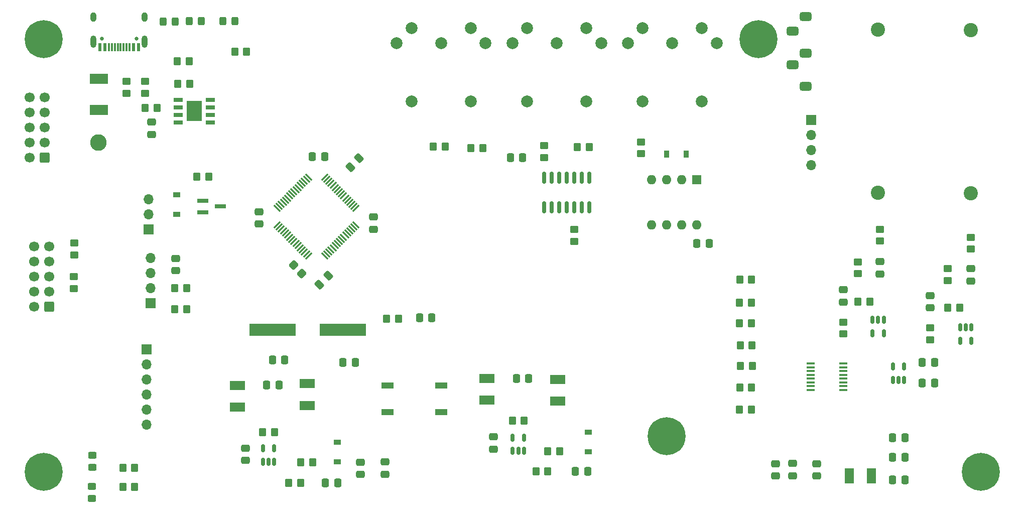
<source format=gbr>
%TF.GenerationSoftware,KiCad,Pcbnew,(6.0.0)*%
%TF.CreationDate,2023-05-12T18:21:01+02:00*%
%TF.ProjectId,main_func,6d61696e-5f66-4756-9e63-2e6b69636164,rev?*%
%TF.SameCoordinates,Original*%
%TF.FileFunction,Soldermask,Top*%
%TF.FilePolarity,Negative*%
%FSLAX46Y46*%
G04 Gerber Fmt 4.6, Leading zero omitted, Abs format (unit mm)*
G04 Created by KiCad (PCBNEW (6.0.0)) date 2023-05-12 18:21:01*
%MOMM*%
%LPD*%
G01*
G04 APERTURE LIST*
G04 Aperture macros list*
%AMRoundRect*
0 Rectangle with rounded corners*
0 $1 Rounding radius*
0 $2 $3 $4 $5 $6 $7 $8 $9 X,Y pos of 4 corners*
0 Add a 4 corners polygon primitive as box body*
4,1,4,$2,$3,$4,$5,$6,$7,$8,$9,$2,$3,0*
0 Add four circle primitives for the rounded corners*
1,1,$1+$1,$2,$3*
1,1,$1+$1,$4,$5*
1,1,$1+$1,$6,$7*
1,1,$1+$1,$8,$9*
0 Add four rect primitives between the rounded corners*
20,1,$1+$1,$2,$3,$4,$5,0*
20,1,$1+$1,$4,$5,$6,$7,0*
20,1,$1+$1,$6,$7,$8,$9,0*
20,1,$1+$1,$8,$9,$2,$3,0*%
G04 Aperture macros list end*
%ADD10C,2.400000*%
%ADD11RoundRect,0.250000X0.475000X-0.337500X0.475000X0.337500X-0.475000X0.337500X-0.475000X-0.337500X0*%
%ADD12R,3.150000X1.780000*%
%ADD13RoundRect,0.250000X-0.350000X-0.450000X0.350000X-0.450000X0.350000X0.450000X-0.350000X0.450000X0*%
%ADD14RoundRect,0.250000X-0.450000X0.350000X-0.450000X-0.350000X0.450000X-0.350000X0.450000X0.350000X0*%
%ADD15C,0.800000*%
%ADD16C,6.400000*%
%ADD17RoundRect,0.250000X0.450000X-0.350000X0.450000X0.350000X-0.450000X0.350000X-0.450000X-0.350000X0*%
%ADD18R,1.700000X1.700000*%
%ADD19O,1.700000X1.700000*%
%ADD20C,2.000000*%
%ADD21RoundRect,0.250000X-0.337500X-0.475000X0.337500X-0.475000X0.337500X0.475000X-0.337500X0.475000X0*%
%ADD22RoundRect,0.250000X0.350000X0.450000X-0.350000X0.450000X-0.350000X-0.450000X0.350000X-0.450000X0*%
%ADD23RoundRect,0.150000X0.150000X-0.512500X0.150000X0.512500X-0.150000X0.512500X-0.150000X-0.512500X0*%
%ADD24RoundRect,0.250000X-0.097227X0.574524X-0.574524X0.097227X0.097227X-0.574524X0.574524X-0.097227X0*%
%ADD25RoundRect,0.250000X-0.325000X-0.450000X0.325000X-0.450000X0.325000X0.450000X-0.325000X0.450000X0*%
%ADD26R,2.500000X1.500000*%
%ADD27R,1.200000X0.900000*%
%ADD28RoundRect,0.250000X0.337500X0.475000X-0.337500X0.475000X-0.337500X-0.475000X0.337500X-0.475000X0*%
%ADD29C,2.800000*%
%ADD30RoundRect,0.150000X0.150000X-0.825000X0.150000X0.825000X-0.150000X0.825000X-0.150000X-0.825000X0*%
%ADD31R,1.454899X0.354800*%
%ADD32RoundRect,0.250000X0.450000X-0.325000X0.450000X0.325000X-0.450000X0.325000X-0.450000X-0.325000X0*%
%ADD33RoundRect,0.150000X-0.150000X0.512500X-0.150000X-0.512500X0.150000X-0.512500X0.150000X0.512500X0*%
%ADD34R,1.900000X0.800000*%
%ADD35RoundRect,0.250000X0.600000X0.600000X-0.600000X0.600000X-0.600000X-0.600000X0.600000X-0.600000X0*%
%ADD36C,1.700000*%
%ADD37R,1.600000X1.600000*%
%ADD38O,1.600000X1.600000*%
%ADD39C,0.650000*%
%ADD40R,0.600000X1.450000*%
%ADD41R,0.300000X1.450000*%
%ADD42O,1.000000X2.100000*%
%ADD43O,1.000000X1.600000*%
%ADD44R,0.900000X1.200000*%
%ADD45RoundRect,0.075000X0.548008X-0.441942X-0.441942X0.548008X-0.548008X0.441942X0.441942X-0.548008X0*%
%ADD46RoundRect,0.075000X0.548008X0.441942X0.441942X0.548008X-0.548008X-0.441942X-0.441942X-0.548008X0*%
%ADD47RoundRect,0.250000X-0.475000X0.337500X-0.475000X-0.337500X0.475000X-0.337500X0.475000X0.337500X0*%
%ADD48R,1.525000X0.700000*%
%ADD49R,2.513000X3.402000*%
%ADD50RoundRect,0.375000X-0.625000X0.375000X-0.625000X-0.375000X0.625000X-0.375000X0.625000X0.375000X0*%
%ADD51R,2.100000X1.100000*%
%ADD52R,7.875000X2.000000*%
%ADD53RoundRect,0.250000X0.097227X-0.574524X0.574524X-0.097227X-0.097227X0.574524X-0.574524X0.097227X0*%
%ADD54R,1.500000X2.500000*%
%ADD55RoundRect,0.250000X0.325000X0.450000X-0.325000X0.450000X-0.325000X-0.450000X0.325000X-0.450000X0*%
%ADD56RoundRect,0.250000X-0.565685X-0.070711X-0.070711X-0.565685X0.565685X0.070711X0.070711X0.565685X0*%
G04 APERTURE END LIST*
D10*
%TO.C,C10*%
X211370000Y-48520000D03*
X211370000Y-76020000D03*
%TD*%
D11*
%TO.C,C36*%
X110600000Y-82087500D03*
X110600000Y-80012500D03*
%TD*%
D12*
%TO.C,F1*%
X64300000Y-56735000D03*
X64300000Y-61965000D03*
%TD*%
D13*
%TO.C,R29*%
X91900000Y-116350000D03*
X93900000Y-116350000D03*
%TD*%
D11*
%TO.C,C2*%
X211370000Y-90788750D03*
X211370000Y-88713750D03*
%TD*%
D13*
%TO.C,R19*%
X77600000Y-57550000D03*
X79600000Y-57550000D03*
%TD*%
D14*
%TO.C,R16*%
X72100000Y-57150000D03*
X72100000Y-59150000D03*
%TD*%
D15*
%TO.C,H4*%
X213000000Y-120600000D03*
X215400000Y-123000000D03*
X211302944Y-124697056D03*
X213000000Y-125400000D03*
X214697056Y-121302944D03*
X210600000Y-123000000D03*
X214697056Y-124697056D03*
X211302944Y-121302944D03*
D16*
X213000000Y-123000000D03*
%TD*%
D11*
%TO.C,C12*%
X189810000Y-94379999D03*
X189810000Y-92304999D03*
%TD*%
D17*
%TO.C,R33*%
X144440000Y-84130000D03*
X144440000Y-82130000D03*
%TD*%
%TO.C,R34*%
X60070000Y-92110000D03*
X60070000Y-90110000D03*
%TD*%
D18*
%TO.C,J9*%
X72300000Y-102325000D03*
D19*
X72300000Y-104865000D03*
X72300000Y-107405000D03*
X72300000Y-109945000D03*
X72300000Y-112485000D03*
X72300000Y-115025000D03*
%TD*%
D10*
%TO.C,C11*%
X195680000Y-48440000D03*
X195680000Y-75940000D03*
%TD*%
D11*
%TO.C,C14*%
X196010000Y-89617500D03*
X196010000Y-87542500D03*
%TD*%
D20*
%TO.C,U8*%
X129500000Y-50700000D03*
X122000000Y-50700000D03*
X114500000Y-50700000D03*
X127000000Y-48200000D03*
X117000000Y-48200000D03*
X117000000Y-60500000D03*
X127000000Y-60500000D03*
%TD*%
D21*
%TO.C,C31*%
X105462500Y-104550000D03*
X107537500Y-104550000D03*
%TD*%
D22*
%TO.C,R13*%
X174310000Y-94430000D03*
X172310000Y-94430000D03*
%TD*%
%TO.C,R11*%
X174440000Y-101630000D03*
X172440000Y-101630000D03*
%TD*%
D15*
%TO.C,H2*%
X53302944Y-121302944D03*
X55000000Y-120600000D03*
X57400000Y-123000000D03*
X53302944Y-124697056D03*
X52600000Y-123000000D03*
X55000000Y-125400000D03*
D16*
X55000000Y-123000000D03*
D15*
X56697056Y-124697056D03*
X56697056Y-121302944D03*
%TD*%
D23*
%TO.C,U3*%
X198207500Y-107467500D03*
X199157500Y-107467500D03*
X200107500Y-107467500D03*
X200107500Y-105192500D03*
X198207500Y-105192500D03*
%TD*%
D21*
%TO.C,C33*%
X100262500Y-69850000D03*
X102337500Y-69850000D03*
%TD*%
D24*
%TO.C,C35*%
X102933623Y-89916377D03*
X101466377Y-91383623D03*
%TD*%
D22*
%TO.C,R28*%
X174370000Y-90610000D03*
X172370000Y-90610000D03*
%TD*%
D25*
%TO.C,D5*%
X85175000Y-46950000D03*
X87225000Y-46950000D03*
%TD*%
D26*
%TO.C,L5*%
X141620001Y-111097499D03*
X141620001Y-107397499D03*
%TD*%
D17*
%TO.C,R14*%
X196010000Y-84080000D03*
X196010000Y-82080000D03*
%TD*%
D27*
%TO.C,D1*%
X77400000Y-79600000D03*
X77400000Y-76300000D03*
%TD*%
D13*
%TO.C,R20*%
X77500000Y-53750000D03*
X79500000Y-53750000D03*
%TD*%
D16*
%TO.C,H1*%
X55000000Y-50000000D03*
D15*
X53302944Y-48302944D03*
X56697056Y-51697056D03*
X53302944Y-51697056D03*
X56697056Y-48302944D03*
X55000000Y-47600000D03*
X57400000Y-50000000D03*
X52600000Y-50000000D03*
X55000000Y-52400000D03*
%TD*%
D28*
%TO.C,C22*%
X146720002Y-122947500D03*
X144645002Y-122947500D03*
%TD*%
D29*
%TO.C,TP3*%
X64200000Y-67450000D03*
%TD*%
D21*
%TO.C,C18*%
X134682501Y-107247499D03*
X136757501Y-107247499D03*
%TD*%
D26*
%TO.C,L3*%
X99400000Y-111800000D03*
X99400000Y-108100000D03*
%TD*%
D21*
%TO.C,C23*%
X92562500Y-108350000D03*
X94637500Y-108350000D03*
%TD*%
D22*
%TO.C,R18*%
X74100000Y-61650000D03*
X72100000Y-61650000D03*
%TD*%
D30*
%TO.C,U11*%
X139360000Y-78365000D03*
X140630000Y-78365000D03*
X141900000Y-78365000D03*
X143170000Y-78365000D03*
X144440000Y-78365000D03*
X145710000Y-78365000D03*
X146980000Y-78365000D03*
X146980000Y-73415000D03*
X145710000Y-73415000D03*
X144440000Y-73415000D03*
X143170000Y-73415000D03*
X141900000Y-73415000D03*
X140630000Y-73415000D03*
X139360000Y-73415000D03*
%TD*%
D13*
%TO.C,R37*%
X134020000Y-114347500D03*
X136020000Y-114347500D03*
%TD*%
D31*
%TO.C,U4*%
X189811348Y-109192500D03*
X189811348Y-108557500D03*
X189811348Y-107922500D03*
X189811348Y-107287500D03*
X189811348Y-106652500D03*
X189811348Y-106017500D03*
X189811348Y-105382500D03*
X189811348Y-104747500D03*
X184368652Y-104747500D03*
X184368652Y-105382500D03*
X184368652Y-106017500D03*
X184368652Y-106652500D03*
X184368652Y-107287500D03*
X184368652Y-107922500D03*
X184368652Y-108557500D03*
X184368652Y-109192500D03*
%TD*%
D22*
%TO.C,R32*%
X89200000Y-52150000D03*
X87200000Y-52150000D03*
%TD*%
D32*
%TO.C,D8*%
X63200000Y-122275000D03*
X63200000Y-120225000D03*
%TD*%
D17*
%TO.C,R10*%
X192310000Y-89580000D03*
X192310000Y-87580000D03*
%TD*%
D13*
%TO.C,R6*%
X172360000Y-108820000D03*
X174360000Y-108820000D03*
%TD*%
D23*
%TO.C,U12*%
X134070000Y-119484998D03*
X135020000Y-119484998D03*
X135970000Y-119484998D03*
X135970000Y-117209998D03*
X134070000Y-117209998D03*
%TD*%
D22*
%TO.C,R31*%
X98300000Y-124850000D03*
X96300000Y-124850000D03*
%TD*%
D11*
%TO.C,C1*%
X204470000Y-95351249D03*
X204470000Y-93276249D03*
%TD*%
%TO.C,C25*%
X181318749Y-123669999D03*
X181318749Y-121594999D03*
%TD*%
D33*
%TO.C,U1*%
X211420000Y-98613750D03*
X210470000Y-98613750D03*
X209520000Y-98613750D03*
X209520000Y-100888750D03*
X211420000Y-100888750D03*
%TD*%
D34*
%TO.C,Q1*%
X81800000Y-77300000D03*
X81800000Y-79200000D03*
X84800000Y-78250000D03*
%TD*%
D20*
%TO.C,U10*%
X149000000Y-50700000D03*
X141500000Y-50700000D03*
X134000000Y-50700000D03*
X146500000Y-48200000D03*
X136500000Y-48200000D03*
X136500000Y-60500000D03*
X146500000Y-60500000D03*
%TD*%
D35*
%TO.C,J2*%
X55902500Y-95171000D03*
D36*
X53362500Y-95171000D03*
X55902500Y-92631000D03*
X53362500Y-92631000D03*
X55902500Y-90091000D03*
X53362500Y-90091000D03*
X55902500Y-87551000D03*
X53362500Y-87551000D03*
X55902500Y-85011000D03*
X53362500Y-85011000D03*
%TD*%
D15*
%TO.C,H5*%
X173802944Y-51697056D03*
X175500000Y-52400000D03*
X173802944Y-48302944D03*
D16*
X175500000Y-50000000D03*
D15*
X177900000Y-50000000D03*
X175500000Y-47600000D03*
X177197056Y-48302944D03*
X177197056Y-51697056D03*
X173100000Y-50000000D03*
%TD*%
D14*
%TO.C,R27*%
X155750000Y-67360000D03*
X155750000Y-69360000D03*
%TD*%
D20*
%TO.C,U9*%
X168500000Y-50700000D03*
X161000000Y-50700000D03*
X153500000Y-50700000D03*
X166000000Y-48200000D03*
X156000000Y-48200000D03*
X156000000Y-60500000D03*
X166000000Y-60500000D03*
%TD*%
D13*
%TO.C,R26*%
X127030000Y-68370000D03*
X129030000Y-68370000D03*
%TD*%
D21*
%TO.C,C7*%
X198165000Y-117239998D03*
X200240000Y-117239998D03*
%TD*%
%TO.C,C8*%
X198165002Y-120540001D03*
X200240002Y-120540001D03*
%TD*%
%TO.C,C13*%
X203160000Y-108050000D03*
X205235000Y-108050000D03*
%TD*%
D37*
%TO.C,U5*%
X165120000Y-73710000D03*
D38*
X162580000Y-73710000D03*
X160040000Y-73710000D03*
X157500000Y-73710000D03*
X157500000Y-81330000D03*
X160040000Y-81330000D03*
X162580000Y-81330000D03*
X165120000Y-81330000D03*
%TD*%
D13*
%TO.C,R5*%
X172320000Y-112530000D03*
X174320000Y-112530000D03*
%TD*%
D15*
%TO.C,H3*%
X157600000Y-117000000D03*
X158302944Y-115302944D03*
D16*
X160000000Y-117000000D03*
D15*
X160000000Y-119400000D03*
X161697056Y-118697056D03*
X162400000Y-117000000D03*
X158302944Y-118697056D03*
X160000000Y-114600000D03*
X161697056Y-115302944D03*
%TD*%
D21*
%TO.C,C30*%
X93562500Y-104150000D03*
X95637500Y-104150000D03*
%TD*%
D39*
%TO.C,J1*%
X70590000Y-49950000D03*
X64810000Y-49950000D03*
D40*
X70950000Y-51395000D03*
X70150000Y-51395000D03*
D41*
X68950000Y-51395000D03*
X67950000Y-51395000D03*
X67450000Y-51395000D03*
X66450000Y-51395000D03*
D40*
X65250000Y-51395000D03*
X64450000Y-51395000D03*
X64450000Y-51395000D03*
X65250000Y-51395000D03*
D41*
X65950000Y-51395000D03*
X66950000Y-51395000D03*
X68450000Y-51395000D03*
X69450000Y-51395000D03*
D40*
X70150000Y-51395000D03*
X70950000Y-51395000D03*
D42*
X72020000Y-50480000D03*
D43*
X63380000Y-46300000D03*
X72020000Y-46300000D03*
D42*
X63380000Y-50480000D03*
%TD*%
D44*
%TO.C,D4*%
X163320000Y-69380000D03*
X160020000Y-69380000D03*
%TD*%
D17*
%TO.C,R8*%
X189810000Y-99742500D03*
X189810000Y-97742500D03*
%TD*%
D21*
%TO.C,C6*%
X198165003Y-124339997D03*
X200240003Y-124339997D03*
%TD*%
D11*
%TO.C,C5*%
X185318748Y-123707499D03*
X185318748Y-121632499D03*
%TD*%
D18*
%TO.C,J5*%
X73000000Y-94530000D03*
D19*
X73000000Y-91990000D03*
X73000000Y-89450000D03*
X73000000Y-86910000D03*
%TD*%
D28*
%TO.C,C15*%
X135737500Y-69970000D03*
X133662500Y-69970000D03*
%TD*%
D45*
%TO.C,U7*%
X102361181Y-86614481D03*
X102714734Y-86260928D03*
X103068287Y-85907375D03*
X103421841Y-85553821D03*
X103775394Y-85200268D03*
X104128948Y-84846714D03*
X104482501Y-84493161D03*
X104836054Y-84139608D03*
X105189608Y-83786054D03*
X105543161Y-83432501D03*
X105896714Y-83078948D03*
X106250268Y-82725394D03*
X106603821Y-82371841D03*
X106957375Y-82018287D03*
X107310928Y-81664734D03*
X107664481Y-81311181D03*
D46*
X107664481Y-78588819D03*
X107310928Y-78235266D03*
X106957375Y-77881713D03*
X106603821Y-77528159D03*
X106250268Y-77174606D03*
X105896714Y-76821052D03*
X105543161Y-76467499D03*
X105189608Y-76113946D03*
X104836054Y-75760392D03*
X104482501Y-75406839D03*
X104128948Y-75053286D03*
X103775394Y-74699732D03*
X103421841Y-74346179D03*
X103068287Y-73992625D03*
X102714734Y-73639072D03*
X102361181Y-73285519D03*
D45*
X99638819Y-73285519D03*
X99285266Y-73639072D03*
X98931713Y-73992625D03*
X98578159Y-74346179D03*
X98224606Y-74699732D03*
X97871052Y-75053286D03*
X97517499Y-75406839D03*
X97163946Y-75760392D03*
X96810392Y-76113946D03*
X96456839Y-76467499D03*
X96103286Y-76821052D03*
X95749732Y-77174606D03*
X95396179Y-77528159D03*
X95042625Y-77881713D03*
X94689072Y-78235266D03*
X94335519Y-78588819D03*
D46*
X94335519Y-81311181D03*
X94689072Y-81664734D03*
X95042625Y-82018287D03*
X95396179Y-82371841D03*
X95749732Y-82725394D03*
X96103286Y-83078948D03*
X96456839Y-83432501D03*
X96810392Y-83786054D03*
X97163946Y-84139608D03*
X97517499Y-84493161D03*
X97871052Y-84846714D03*
X98224606Y-85200268D03*
X98578159Y-85553821D03*
X98931713Y-85907375D03*
X99285266Y-86260928D03*
X99638819Y-86614481D03*
%TD*%
D21*
%TO.C,C16*%
X165142500Y-84520000D03*
X167217500Y-84520000D03*
%TD*%
D27*
%TO.C,D7*%
X146782498Y-119597498D03*
X146782498Y-116297498D03*
%TD*%
D14*
%TO.C,R35*%
X60140000Y-84420000D03*
X60140000Y-86420000D03*
%TD*%
D22*
%TO.C,R21*%
X79100000Y-92035000D03*
X77100000Y-92035000D03*
%TD*%
%TO.C,R23*%
X122680000Y-68180000D03*
X120680000Y-68180000D03*
%TD*%
D47*
%TO.C,C28*%
X112500000Y-121337500D03*
X112500000Y-123412500D03*
%TD*%
D22*
%TO.C,R30*%
X100300000Y-121400000D03*
X98300000Y-121400000D03*
%TD*%
D26*
%TO.C,L2*%
X87600000Y-112100000D03*
X87600000Y-108400000D03*
%TD*%
D48*
%TO.C,IC1*%
X77688000Y-60245000D03*
X77688000Y-61515000D03*
X77688000Y-62785000D03*
X77688000Y-64055000D03*
X83112000Y-64055000D03*
X83112000Y-62785000D03*
X83112000Y-61515000D03*
X83112000Y-60245000D03*
D49*
X80400000Y-62150000D03*
%TD*%
D47*
%TO.C,C27*%
X108400000Y-121375000D03*
X108400000Y-123450000D03*
%TD*%
D11*
%TO.C,C24*%
X178418748Y-123707499D03*
X178418748Y-121632499D03*
%TD*%
D47*
%TO.C,C21*%
X89000000Y-119012500D03*
X89000000Y-121087500D03*
%TD*%
D50*
%TO.C,J4*%
X183485000Y-46200000D03*
X181285000Y-48700000D03*
X183485000Y-58000000D03*
X181285000Y-54300000D03*
X183485000Y-52400000D03*
%TD*%
D27*
%TO.C,D6*%
X104500000Y-121350000D03*
X104500000Y-118050000D03*
%TD*%
D51*
%TO.C,SW2*%
X112950000Y-108400000D03*
X122050000Y-108400000D03*
X112950000Y-112900000D03*
X122050000Y-112900000D03*
%TD*%
D47*
%TO.C,C19*%
X73200000Y-64012500D03*
X73200000Y-66087500D03*
%TD*%
D35*
%TO.C,J3*%
X55097500Y-69980000D03*
D36*
X52557500Y-69980000D03*
X55097500Y-67440000D03*
X52557500Y-67440000D03*
X55097500Y-64900000D03*
X52557500Y-64900000D03*
X55097500Y-62360000D03*
X52557500Y-62360000D03*
X55097500Y-59820000D03*
X52557500Y-59820000D03*
%TD*%
D33*
%TO.C,U2*%
X196660000Y-97380000D03*
X195710000Y-97380000D03*
X194760000Y-97380000D03*
X194760000Y-99655000D03*
X196660000Y-99655000D03*
%TD*%
D47*
%TO.C,C17*%
X130782500Y-117110000D03*
X130782500Y-119185000D03*
%TD*%
D14*
%TO.C,R15*%
X68900000Y-57150000D03*
X68900000Y-59150000D03*
%TD*%
D13*
%TO.C,R7*%
X172480000Y-105100000D03*
X174480000Y-105100000D03*
%TD*%
D52*
%TO.C,Y1*%
X105437500Y-99050000D03*
X93562500Y-99050000D03*
%TD*%
D13*
%TO.C,R2*%
X207470000Y-95351250D03*
X209470000Y-95351250D03*
%TD*%
D21*
%TO.C,C32*%
X118362500Y-97050000D03*
X120437500Y-97050000D03*
%TD*%
D14*
%TO.C,R25*%
X139410000Y-67960000D03*
X139410000Y-69960000D03*
%TD*%
D17*
%TO.C,R3*%
X207470000Y-90751250D03*
X207470000Y-88751250D03*
%TD*%
D53*
%TO.C,C29*%
X106666377Y-71583623D03*
X108133623Y-70116377D03*
%TD*%
D18*
%TO.C,J6*%
X184430000Y-63690000D03*
D19*
X184430000Y-66230000D03*
X184430000Y-68770000D03*
X184430000Y-71310000D03*
%TD*%
D17*
%TO.C,R1*%
X204470000Y-100713750D03*
X204470000Y-98713750D03*
%TD*%
D11*
%TO.C,C34*%
X91300000Y-81187500D03*
X91300000Y-79112500D03*
%TD*%
D32*
%TO.C,D9*%
X63100000Y-127475000D03*
X63100000Y-125425000D03*
%TD*%
D28*
%TO.C,C26*%
X104537500Y-124850000D03*
X102462500Y-124850000D03*
%TD*%
D25*
%TO.C,D2*%
X75075000Y-47050000D03*
X77125000Y-47050000D03*
%TD*%
D22*
%TO.C,R12*%
X174310000Y-97980000D03*
X172310000Y-97980000D03*
%TD*%
D13*
%TO.C,R22*%
X77100000Y-95535000D03*
X79100000Y-95535000D03*
%TD*%
D22*
%TO.C,R24*%
X146970000Y-68250000D03*
X144970000Y-68250000D03*
%TD*%
D54*
%TO.C,L1*%
X190852502Y-123639998D03*
X194552502Y-123639998D03*
%TD*%
D13*
%TO.C,R40*%
X112800000Y-97150000D03*
X114800000Y-97150000D03*
%TD*%
D22*
%TO.C,R39*%
X139982500Y-122947500D03*
X137982500Y-122947500D03*
%TD*%
D17*
%TO.C,R4*%
X211370000Y-85451250D03*
X211370000Y-83451250D03*
%TD*%
D47*
%TO.C,C20*%
X77200000Y-86997500D03*
X77200000Y-89072500D03*
%TD*%
D22*
%TO.C,R41*%
X70300000Y-122350000D03*
X68300000Y-122350000D03*
%TD*%
D21*
%TO.C,C9*%
X203160000Y-104530000D03*
X205235000Y-104530000D03*
%TD*%
D23*
%TO.C,U6*%
X91950000Y-121287500D03*
X92900000Y-121287500D03*
X93850000Y-121287500D03*
X93850000Y-119012500D03*
X91950000Y-119012500D03*
%TD*%
D13*
%TO.C,R9*%
X192310000Y-94280000D03*
X194310000Y-94280000D03*
%TD*%
D55*
%TO.C,D3*%
X81525000Y-46950000D03*
X79475000Y-46950000D03*
%TD*%
D18*
%TO.C,SW1*%
X72675000Y-82075000D03*
D19*
X72675000Y-79535000D03*
X72675000Y-76995000D03*
%TD*%
D56*
%TO.C,R36*%
X97092893Y-88142893D03*
X98507107Y-89557107D03*
%TD*%
D22*
%TO.C,R17*%
X82800000Y-73250000D03*
X80800000Y-73250000D03*
%TD*%
%TO.C,R38*%
X141982500Y-119547499D03*
X139982500Y-119547499D03*
%TD*%
D26*
%TO.C,L4*%
X129732499Y-110917501D03*
X129732499Y-107217501D03*
%TD*%
D22*
%TO.C,R42*%
X70300000Y-125550000D03*
X68300000Y-125550000D03*
%TD*%
M02*

</source>
